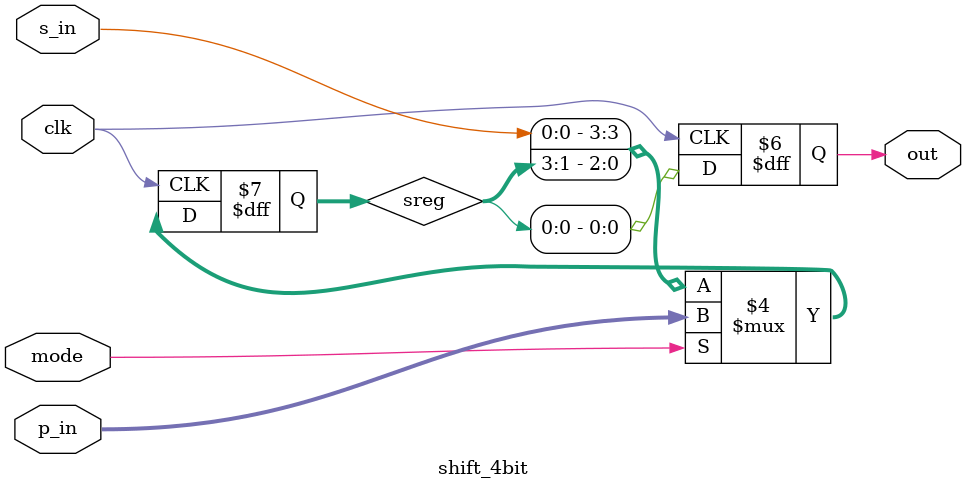
<source format=v>
`timescale 1ns / 1ps
module shift_4bit(
    input clk,
    input s_in,
    input mode,
    input [3:0] p_in,
    output out
    );
reg [3:0] sreg;

always @ (posedge clk)
begin
	if (mode == 1'b0)
	begin
		sreg <= {s_in, sreg[3:1]};
	end
	else
	begin
		sreg <= p_in;
	end
	out <= sreg[0];
end

endmodule

</source>
